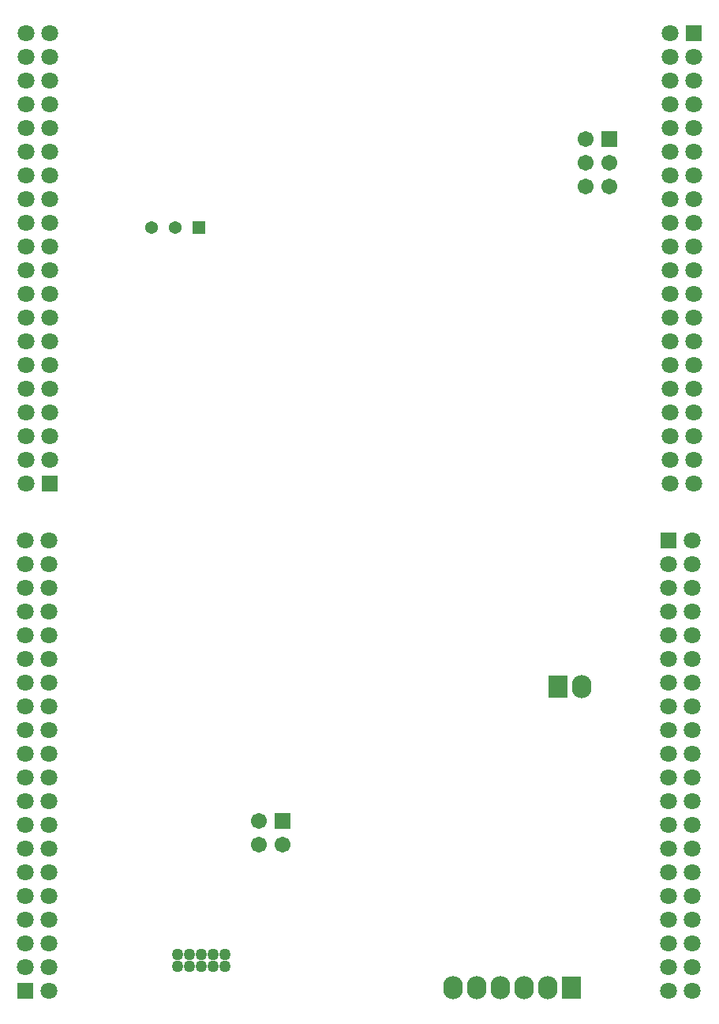
<source format=gbs>
G04*
G04 #@! TF.GenerationSoftware,Altium Limited,Altium Designer,21.1.1 (26)*
G04*
G04 Layer_Color=16711935*
%FSTAX24Y24*%
%MOIN*%
G70*
G04*
G04 #@! TF.SameCoordinates,5FF4FBEF-6F1C-4BA3-BCFF-5D0DF395B62B*
G04*
G04*
G04 #@! TF.FilePolarity,Negative*
G04*
G01*
G75*
%ADD64R,0.0671X0.0671*%
%ADD65C,0.0671*%
%ADD66O,0.0830X0.0980*%
%ADD67R,0.0830X0.0980*%
%ADD68C,0.0501*%
%ADD69C,0.0537*%
%ADD70R,0.0537X0.0537*%
%ADD71C,0.0710*%
%ADD72R,0.0710X0.0710*%
D64*
X06451Y01853D02*
D03*
X0783Y0473D02*
D03*
D65*
X06351Y01853D02*
D03*
X06451Y01753D02*
D03*
X06351D02*
D03*
X0773Y0473D02*
D03*
X0783Y0463D02*
D03*
X0773D02*
D03*
X0783Y0453D02*
D03*
X0773D02*
D03*
D66*
X077112Y024195D02*
D03*
X07168Y01151D02*
D03*
X07368D02*
D03*
X07468D02*
D03*
X07568D02*
D03*
X07268D02*
D03*
D67*
X076112Y024195D02*
D03*
X07668Y01151D02*
D03*
D68*
X06206Y01241D02*
D03*
Y01291D02*
D03*
X06156Y01241D02*
D03*
Y01291D02*
D03*
X06106Y01241D02*
D03*
X06106Y01291D02*
D03*
X06056Y01241D02*
D03*
Y01291D02*
D03*
X06006Y01241D02*
D03*
X06006Y01291D02*
D03*
D69*
X058963Y043561D02*
D03*
X059963D02*
D03*
D70*
X060963D02*
D03*
D71*
X05466Y05179D02*
D03*
Y05079D02*
D03*
Y04979D02*
D03*
Y04879D02*
D03*
Y04779D02*
D03*
Y04679D02*
D03*
Y04579D02*
D03*
Y04479D02*
D03*
Y04379D02*
D03*
Y04279D02*
D03*
Y04179D02*
D03*
Y04079D02*
D03*
Y03979D02*
D03*
Y03879D02*
D03*
Y03779D02*
D03*
Y03679D02*
D03*
Y03579D02*
D03*
Y03479D02*
D03*
Y03379D02*
D03*
X05366Y05179D02*
D03*
Y05079D02*
D03*
Y04979D02*
D03*
Y04879D02*
D03*
Y04779D02*
D03*
Y04679D02*
D03*
Y04579D02*
D03*
Y04479D02*
D03*
Y04379D02*
D03*
Y04279D02*
D03*
Y04179D02*
D03*
Y04079D02*
D03*
Y03979D02*
D03*
Y03879D02*
D03*
Y03779D02*
D03*
Y03679D02*
D03*
Y03579D02*
D03*
Y03479D02*
D03*
Y03379D02*
D03*
Y03279D02*
D03*
X05364Y03036D02*
D03*
Y02936D02*
D03*
Y02836D02*
D03*
Y02736D02*
D03*
Y02636D02*
D03*
Y02536D02*
D03*
Y02436D02*
D03*
Y02336D02*
D03*
Y02236D02*
D03*
Y02136D02*
D03*
Y02036D02*
D03*
Y01936D02*
D03*
Y01836D02*
D03*
Y01736D02*
D03*
Y01636D02*
D03*
Y01536D02*
D03*
Y01436D02*
D03*
Y01336D02*
D03*
Y01236D02*
D03*
X05464Y03036D02*
D03*
Y02936D02*
D03*
Y02836D02*
D03*
Y02736D02*
D03*
Y02636D02*
D03*
Y02536D02*
D03*
Y02436D02*
D03*
Y02336D02*
D03*
Y02236D02*
D03*
Y02136D02*
D03*
Y02036D02*
D03*
Y01936D02*
D03*
Y01836D02*
D03*
Y01736D02*
D03*
Y01636D02*
D03*
Y01536D02*
D03*
Y01436D02*
D03*
Y01336D02*
D03*
Y01236D02*
D03*
Y01136D02*
D03*
X08185Y03279D02*
D03*
Y03379D02*
D03*
Y03479D02*
D03*
Y03579D02*
D03*
Y03679D02*
D03*
Y03779D02*
D03*
Y03879D02*
D03*
Y03979D02*
D03*
Y04079D02*
D03*
Y04179D02*
D03*
Y04279D02*
D03*
Y04379D02*
D03*
Y04479D02*
D03*
Y04579D02*
D03*
Y04679D02*
D03*
Y04779D02*
D03*
Y04879D02*
D03*
Y04979D02*
D03*
Y05079D02*
D03*
X08085Y03279D02*
D03*
Y03379D02*
D03*
Y03479D02*
D03*
Y03579D02*
D03*
Y03679D02*
D03*
Y03779D02*
D03*
Y03879D02*
D03*
Y03979D02*
D03*
Y04079D02*
D03*
Y04179D02*
D03*
Y04279D02*
D03*
Y04379D02*
D03*
Y04479D02*
D03*
Y04579D02*
D03*
Y04679D02*
D03*
Y04779D02*
D03*
Y04879D02*
D03*
Y04979D02*
D03*
Y05079D02*
D03*
Y05179D02*
D03*
X0808Y01136D02*
D03*
X0808Y01236D02*
D03*
Y01336D02*
D03*
Y01436D02*
D03*
X0808Y01536D02*
D03*
Y01636D02*
D03*
X0808Y01736D02*
D03*
Y01836D02*
D03*
Y01936D02*
D03*
X0808Y02036D02*
D03*
X0808Y02136D02*
D03*
Y02236D02*
D03*
Y02336D02*
D03*
X0808Y02436D02*
D03*
Y02536D02*
D03*
X0808Y02636D02*
D03*
Y02736D02*
D03*
Y02836D02*
D03*
X0808Y02936D02*
D03*
X0818Y01136D02*
D03*
Y01236D02*
D03*
Y01336D02*
D03*
Y01436D02*
D03*
Y01536D02*
D03*
Y01636D02*
D03*
Y01736D02*
D03*
Y01836D02*
D03*
Y01936D02*
D03*
Y02036D02*
D03*
Y02136D02*
D03*
Y02236D02*
D03*
Y02336D02*
D03*
Y02436D02*
D03*
Y02536D02*
D03*
Y02636D02*
D03*
Y02736D02*
D03*
Y02836D02*
D03*
Y02936D02*
D03*
Y03036D02*
D03*
D72*
X05466Y03279D02*
D03*
X05364Y01136D02*
D03*
X08185Y05179D02*
D03*
X0808Y03036D02*
D03*
M02*

</source>
